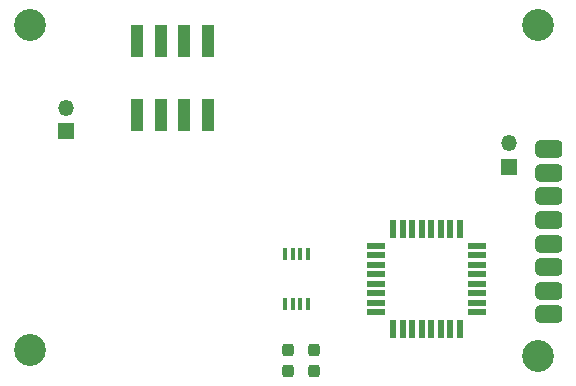
<source format=gbr>
%TF.GenerationSoftware,KiCad,Pcbnew,6.0.9-8da3e8f707~117~ubuntu22.04.1*%
%TF.CreationDate,2022-12-02T16:27:47-05:00*%
%TF.ProjectId,watch,77617463-682e-46b6-9963-61645f706362,rev?*%
%TF.SameCoordinates,Original*%
%TF.FileFunction,Soldermask,Bot*%
%TF.FilePolarity,Negative*%
%FSLAX46Y46*%
G04 Gerber Fmt 4.6, Leading zero omitted, Abs format (unit mm)*
G04 Created by KiCad (PCBNEW 6.0.9-8da3e8f707~117~ubuntu22.04.1) date 2022-12-02 16:27:47*
%MOMM*%
%LPD*%
G01*
G04 APERTURE LIST*
G04 Aperture macros list*
%AMRoundRect*
0 Rectangle with rounded corners*
0 $1 Rounding radius*
0 $2 $3 $4 $5 $6 $7 $8 $9 X,Y pos of 4 corners*
0 Add a 4 corners polygon primitive as box body*
4,1,4,$2,$3,$4,$5,$6,$7,$8,$9,$2,$3,0*
0 Add four circle primitives for the rounded corners*
1,1,$1+$1,$2,$3*
1,1,$1+$1,$4,$5*
1,1,$1+$1,$6,$7*
1,1,$1+$1,$8,$9*
0 Add four rect primitives between the rounded corners*
20,1,$1+$1,$2,$3,$4,$5,0*
20,1,$1+$1,$4,$5,$6,$7,0*
20,1,$1+$1,$6,$7,$8,$9,0*
20,1,$1+$1,$8,$9,$2,$3,0*%
G04 Aperture macros list end*
%ADD10C,2.700000*%
%ADD11RoundRect,0.381000X-0.762000X-0.381000X0.762000X-0.381000X0.762000X0.381000X-0.762000X0.381000X0*%
%ADD12R,0.400000X1.100000*%
%ADD13R,0.550000X1.600000*%
%ADD14R,1.600000X0.550000*%
%ADD15R,1.350000X1.350000*%
%ADD16O,1.350000X1.350000*%
%ADD17R,1.000000X2.750000*%
%ADD18RoundRect,0.237500X0.237500X-0.287500X0.237500X0.287500X-0.237500X0.287500X-0.237500X-0.287500X0*%
G04 APERTURE END LIST*
D10*
%TO.C,J2*%
X165405000Y-95000000D03*
X122405000Y-95000000D03*
X122405000Y-122500000D03*
X165405000Y-123000000D03*
D11*
X166405000Y-105500000D03*
X166405000Y-107500000D03*
X166405000Y-109500000D03*
X166405000Y-111500000D03*
X166405000Y-113500000D03*
X166405000Y-115500000D03*
X166405000Y-117500000D03*
X166405000Y-119500000D03*
%TD*%
D12*
%TO.C,U4*%
X144025000Y-114350000D03*
X144675000Y-114350000D03*
X145325000Y-114350000D03*
X145975000Y-114350000D03*
X145975000Y-118650000D03*
X145325000Y-118650000D03*
X144675000Y-118650000D03*
X144025000Y-118650000D03*
%TD*%
D13*
%TO.C,U2*%
X153200000Y-112250000D03*
X154000000Y-112250000D03*
X154800000Y-112250000D03*
X155600000Y-112250000D03*
X156400000Y-112250000D03*
X157200000Y-112250000D03*
X158000000Y-112250000D03*
X158800000Y-112250000D03*
D14*
X160250000Y-113700000D03*
X160250000Y-114500000D03*
X160250000Y-115300000D03*
X160250000Y-116100000D03*
X160250000Y-116900000D03*
X160250000Y-117700000D03*
X160250000Y-118500000D03*
X160250000Y-119300000D03*
D13*
X158800000Y-120750000D03*
X158000000Y-120750000D03*
X157200000Y-120750000D03*
X156400000Y-120750000D03*
X155600000Y-120750000D03*
X154800000Y-120750000D03*
X154000000Y-120750000D03*
X153200000Y-120750000D03*
D14*
X151750000Y-119300000D03*
X151750000Y-118500000D03*
X151750000Y-117700000D03*
X151750000Y-116900000D03*
X151750000Y-116100000D03*
X151750000Y-115300000D03*
X151750000Y-114500000D03*
X151750000Y-113700000D03*
%TD*%
D15*
%TO.C,J3*%
X163000000Y-107000000D03*
D16*
X163000000Y-105000000D03*
%TD*%
D17*
%TO.C,J4*%
X137500000Y-96375000D03*
X137500000Y-102625000D03*
X135500000Y-96375000D03*
X135500000Y-102625000D03*
X133500000Y-96375000D03*
X133500000Y-102625000D03*
X131500000Y-96375000D03*
X131500000Y-102625000D03*
%TD*%
D18*
%TO.C,D1*%
X146500000Y-124250000D03*
X146500000Y-122500000D03*
%TD*%
D15*
%TO.C,J1*%
X125500000Y-104000000D03*
D16*
X125500000Y-102000000D03*
%TD*%
D18*
%TO.C,D2*%
X144250000Y-124250000D03*
X144250000Y-122500000D03*
%TD*%
M02*

</source>
